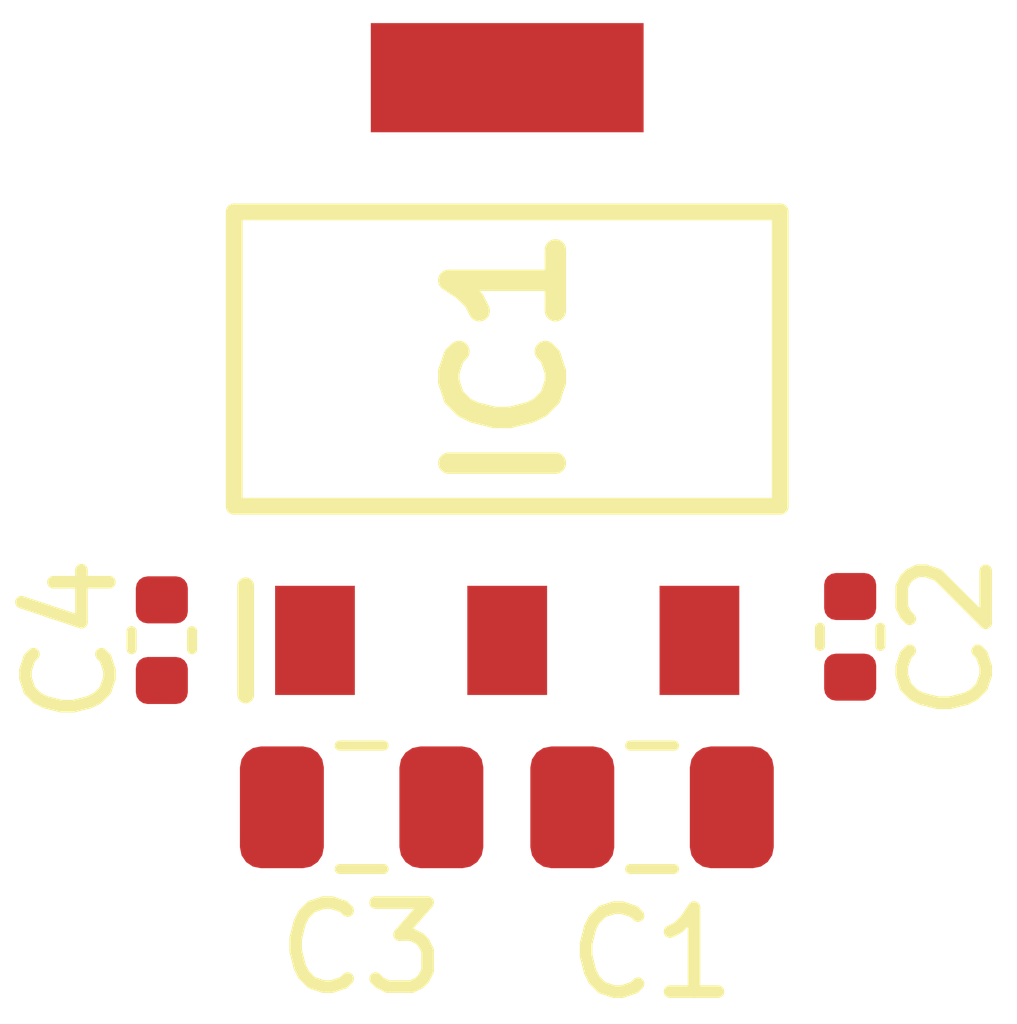
<source format=kicad_pcb>
(kicad_pcb (version 20241229) (generator "pcbnew") (generator_version "9.0")
  (title_block (title "${PCB_NAME}") (date "${CURRENT_DATE}") (rev "${PCB_VERSION}"))
  (layers (0 "F.Cu" signal) (2 "B.Cu" signal) (13 "F.Paste" user) (15 "B.Paste" user) (5 "F.SilkS" user "F.Silkscreen") (7 "B.SilkS" user "B.Silkscreen") (1 "F.Mask" user) (3 "B.Mask" user) (25 "Edge.Cuts" user))
  (net 0 "")
  (net 1 "VIN")
  (net 2 "GND")
  (net 3 "VOUT_5V")
  (footprint "C_0805_2012Metric:C_0805_2012Metric" (layer "F.Cu") (at 148.620001 109.83 180)
    (property "Reference" "C3" (at 0 -1.679999 0) (layer "F.SilkS"))
    (property "Value" "22uF 10V" (hide yes))
    (fp_line (start -0.261253 0.735) (end 0.261253 0.735) (stroke (width 0.12)) (layer "F.SilkS"))
    (fp_line (start -0.261253 -0.735) (end 0.261253 -0.735) (stroke (width 0.12)) (layer "F.SilkS"))
    (pad "1" smd roundrect (at -0.949999 0 180) (size 1 1.45) (layers "F.Cu" "F.Mask" "F.Paste") (net 3 "VOUT_5V"))
    (pad "2" smd roundrect (at 0.949999 0 180) (size 1 1.45) (layers "F.Cu" "F.Mask" "F.Paste") (net 2 "GND"))
  )
  (footprint "C_0805_2012Metric:C_0805_2012Metric" (layer "F.Cu") (at 152.080001 109.83)
    (property "Reference" "C1" (at 0 1.74 0) (layer "F.SilkS"))
    (property "Value" "10uF 25V" (hide yes))
    (fp_line (start -0.261253 -0.735) (end 0.261253 -0.735) (stroke (width 0.12)) (layer "F.SilkS"))
    (fp_line (start -0.261253 0.735) (end 0.261253 0.735) (stroke (width 0.12)) (layer "F.SilkS"))
    (pad "1" smd roundrect (at -0.949999 0) (size 1 1.45) (layers "F.Cu" "F.Mask" "F.Paste") (net 1 "VIN"))
    (pad "2" smd roundrect (at 0.949999 0) (size 1 1.45) (layers "F.Cu" "F.Mask" "F.Paste") (net 2 "GND"))
  )
  (footprint "C_0402_1005Metric:C_0402_1005Metric" (layer "F.Cu") (at 154.44 107.8 -90)
    (property "Reference" "C2" (at 0 -1.16 90) (layer "F.SilkS"))
    (property "Value" "100nF 25V" (hide yes))
    (fp_line (start -0.107836 0.36) (end 0.107836 0.36) (stroke (width 0.12)) (layer "F.SilkS"))
    (fp_line (start -0.107836 -0.36) (end 0.107836 -0.36) (stroke (width 0.12)) (layer "F.SilkS"))
    (pad "1" smd roundrect (at -0.48 0 270) (size 0.56 0.62) (layers "F.Cu" "F.Mask" "F.Paste") (net 1 "VIN"))
    (pad "2" smd roundrect (at 0.48 0 270) (size 0.56 0.62) (layers "F.Cu" "F.Mask" "F.Paste") (net 2 "GND"))
  )
  (footprint "C_0402_1005Metric:C_0402_1005Metric" (layer "F.Cu") (at 146.24 107.84 -90)
    (property "Reference" "C4" (at 0 1.08 90) (layer "F.SilkS"))
    (property "Value" "100nF 10V" (hide yes))
    (fp_line (start -0.107836 0.36) (end 0.107836 0.36) (stroke (width 0.12)) (layer "F.SilkS"))
    (fp_line (start -0.107836 -0.36) (end 0.107836 -0.36) (stroke (width 0.12)) (layer "F.SilkS"))
    (pad "1" smd roundrect (at -0.48 0 270) (size 0.56 0.62) (layers "F.Cu" "F.Mask" "F.Paste") (net 3 "VOUT_5V"))
    (pad "2" smd roundrect (at 0.48 0 270) (size 0.56 0.62) (layers "F.Cu" "F.Mask" "F.Paste") (net 2 "GND"))
  )
  (footprint "SOT229P700X180-4N:SOT229P700X180-4N" (layer "F.Cu") (at 150.354289 104.492427 90)
    (property "Reference" "IC1" (at 0 0 90) (layer "F.SilkS") (effects (font (size 1.27 1.27) (thickness 0.254))))
    (property "Value" "AMS1117M5_0" (hide yes))
    (fp_line (start 1.752 -3.252) (end 1.752 3.252) (stroke (width 0.2)) (layer "F.SilkS"))
    (fp_line (start -1.752 -3.252) (end 1.752 -3.252) (stroke (width 0.2)) (layer "F.SilkS"))
    (fp_line (start -4.000001 -3.115) (end -2.7 -3.115) (stroke (width 0.2)) (layer "F.SilkS"))
    (fp_line (start 1.752 3.252) (end -1.752 3.252) (stroke (width 0.2)) (layer "F.SilkS"))
    (fp_line (start -1.752 3.252) (end -1.752 -3.252) (stroke (width 0.2)) (layer "F.SilkS"))
    (pad "1" smd rect (at -3.35 -2.29 180) (size 0.95 1.3) (layers "F.Cu" "F.Mask" "F.Paste") (net 2 "GND"))
    (pad "2" smd rect (at -3.35 0 180) (size 0.95 1.3) (layers "F.Cu" "F.Mask" "F.Paste") (net 3 "VOUT_5V"))
    (pad "3" smd rect (at -3.35 2.29 180) (size 0.95 1.3) (layers "F.Cu" "F.Mask" "F.Paste") (net 1 "VIN"))
    (pad "4" smd rect (at 3.35 0 90) (size 1.3 3.25) (layers "F.Cu" "F.Mask" "F.Paste") (net 2 "GND"))
  )
)
</source>
